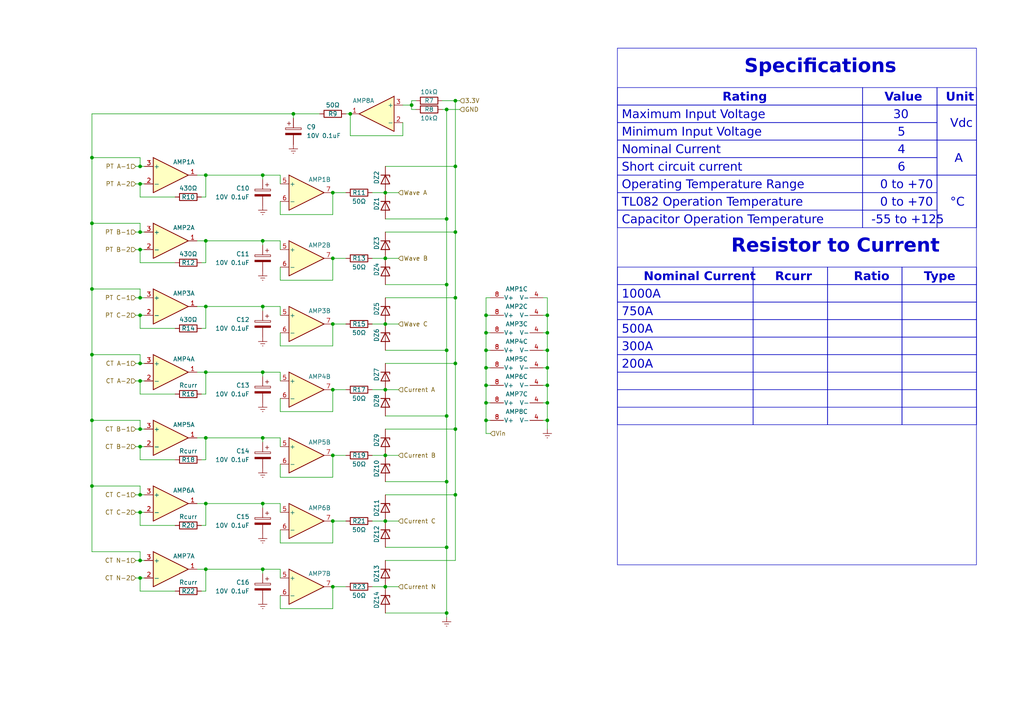
<source format=kicad_sch>
(kicad_sch (version 20230121) (generator eeschema)
  (paper "A4")
  (title_block (title "Signals Conditioning") (date "2024-09-27") (rev "1.0") (company "Lucas Rayan Guerra da Silva") (comment 1 "linkedin.com/in/lucasrguerra") (comment 2 "github.com/lucasrguerra/power_vision"))
  (lib_symbols
    (symbol "Amplifier_Operational:TL082" (pin_names (offset 0.127))
      (property "Reference" "U" (at 0 5.08 0))
      (property "Value" "TL082" (at 0 -5.08 0))
      (symbol "TL082_1_1"
        (polyline (pts (xy -5.08 5.08) (xy 5.08 0) (xy -5.08 -5.08) (xy -5.08 5.08)) (stroke (width 0.254)) (fill (type background)))
        (pin output line (at 7.62 0 180) (length 2.54) (name "~") (number "1"))
        (pin input line (at -7.62 -2.54 0) (length 2.54) (name "-") (number "2"))
        (pin input line (at -7.62 2.54 0) (length 2.54) (name "+") (number "3"))
      )
      (symbol "TL082_2_1"
        (polyline (pts (xy -5.08 5.08) (xy 5.08 0) (xy -5.08 -5.08) (xy -5.08 5.08)) (stroke (width 0.254)) (fill (type background)))
        (pin input line (at -7.62 2.54 0) (length 2.54) (name "+") (number "5"))
        (pin input line (at -7.62 -2.54 0) (length 2.54) (name "-") (number "6"))
        (pin output line (at 7.62 0 180) (length 2.54) (name "~") (number "7"))
      )
      (symbol "TL082_3_1"
        (pin power_in line (at -2.54 -7.62 90) (length 3.81) (name "V-") (number "4"))
        (pin power_in line (at -2.54 7.62 270) (length 3.81) (name "V+") (number "8"))
      )
    )
    (symbol "Device:C_Polarized" (pin_numbers hide) (pin_names (offset 0.254))
      (property "Reference" "C" (at 0.635 2.54 0))
      (property "Value" "C_Polarized" (at 0.635 -2.54 0))
      (symbol "C_Polarized_0_1"
        (rectangle (start -2.286 0.508) (end 2.286 1.016))
        (polyline (pts (xy -1.778 2.286) (xy -0.762 2.286)))
        (polyline (pts (xy -1.27 2.794) (xy -1.27 1.778)))
        (rectangle (start 2.286 -0.508) (end -2.286 -1.016) (fill (type outline)))
      )
      (symbol "C_Polarized_1_1"
        (pin passive line (at 0 3.81 270) (length 2.794) (name "~") (number "1"))
        (pin passive line (at 0 -3.81 90) (length 2.794) (name "~") (number "2"))
      )
    )
    (symbol "Device:D_Zener" (pin_numbers hide) (pin_names (offset 1.016) hide)
      (property "Reference" "D" (at 0 2.54 0))
      (property "Value" "D_Zener" (at 0 -2.54 0))
      (symbol "D_Zener_0_1"
        (polyline (pts (xy 1.27 0) (xy -1.27 0)))
        (polyline (pts (xy -1.27 -1.27) (xy -1.27 1.27) (xy -0.762 1.27)) (stroke (width 0.254)))
        (polyline (pts (xy 1.27 -1.27) (xy 1.27 1.27) (xy -1.27 0) (xy 1.27 -1.27)) (stroke (width 0.254)))
      )
      (symbol "D_Zener_1_1"
        (pin passive line (at -3.81 0 0) (length 2.54) (name "K") (number "1"))
        (pin passive line (at 3.81 0 180) (length 2.54) (name "A") (number "2"))
      )
    )
    (symbol "Device:R" (pin_numbers hide) (pin_names (offset 0))
      (property "Reference" "R" (at 2.032 0 90))
      (property "Value" "R" (at 0 0 90))
      (symbol "R_0_1"
        (rectangle (start -1.016 -2.54) (end 1.016 2.54) (stroke (width 0.254)))
      )
      (symbol "R_1_1"
        (pin passive line (at 0 3.81 270) (length 1.27) (name "~") (number "1"))
        (pin passive line (at 0 -3.81 90) (length 1.27) (name "~") (number "2"))
      )
    )
    (symbol "power:Earth" (power) (pin_names (offset 0))
      (symbol "Earth_0_1"
        (polyline (pts (xy -0.635 -1.905) (xy 0.635 -1.905)))
        (polyline (pts (xy -0.127 -2.54) (xy 0.127 -2.54)))
        (polyline (pts (xy 0 -1.27) (xy 0 0)))
        (polyline (pts (xy 1.27 -1.27) (xy -1.27 -1.27)))
      )
      (symbol "Earth_1_1"
        (pin power_in line (at 0 0 270) (length 0) hide (name "Earth") (number "1"))
      )
    )
  )
  (junction (at 129.54 63.5))
  (junction (at 76.2 69.85))
  (junction (at 26.67 121.92))
  (junction (at 59.69 127))
  (junction (at 76.2 146.05))
  (junction (at 40.64 91.44))
  (junction (at 158.75 121.92))
  (junction (at 40.64 124.46))
  (junction (at 40.64 67.31))
  (junction (at 40.64 129.54))
  (junction (at 111.76 132.08))
  (junction (at 140.97 101.6))
  (junction (at 96.52 132.08))
  (junction (at 158.75 106.68))
  (junction (at 140.97 96.52))
  (junction (at 26.67 45.72))
  (junction (at 40.64 148.59))
  (junction (at 59.69 88.9))
  (junction (at 76.2 165.1))
  (junction (at 40.64 86.36))
  (junction (at 129.54 101.6))
  (junction (at 111.76 74.93))
  (junction (at 40.64 105.41))
  (junction (at 76.2 50.8))
  (junction (at 140.97 91.44))
  (junction (at 129.54 120.65))
  (junction (at 40.64 167.64))
  (junction (at 96.52 151.13))
  (junction (at 59.69 69.85))
  (junction (at 140.97 121.92))
  (junction (at 26.67 140.97))
  (junction (at 132.08 143.51))
  (junction (at 158.75 96.52))
  (junction (at 111.76 170.18))
  (junction (at 59.69 50.8))
  (junction (at 132.08 105.41))
  (junction (at 132.08 48.26))
  (junction (at 140.97 111.76))
  (junction (at 96.52 113.03))
  (junction (at 96.52 170.18))
  (junction (at 132.08 124.46))
  (junction (at 40.64 48.26))
  (junction (at 158.75 101.6))
  (junction (at 119.38 30.48))
  (junction (at 132.08 86.36))
  (junction (at 40.64 143.51))
  (junction (at 111.76 113.03))
  (junction (at 76.2 88.9))
  (junction (at 132.08 67.31))
  (junction (at 76.2 127))
  (junction (at 129.54 139.7))
  (junction (at 111.76 151.13))
  (junction (at 26.67 64.77))
  (junction (at 158.75 116.84))
  (junction (at 140.97 116.84))
  (junction (at 26.67 102.87))
  (junction (at 140.97 106.68))
  (junction (at 158.75 111.76))
  (junction (at 129.54 82.55))
  (junction (at 59.69 107.95))
  (junction (at 132.08 29.21))
  (junction (at 129.54 158.75))
  (junction (at 26.67 83.82))
  (junction (at 85.09 33.02))
  (junction (at 111.76 55.88))
  (junction (at 40.64 162.56))
  (junction (at 96.52 93.98))
  (junction (at 40.64 72.39))
  (junction (at 96.52 74.93))
  (junction (at 158.75 91.44))
  (junction (at 40.64 53.34))
  (junction (at 101.6 33.02))
  (junction (at 129.54 177.8))
  (junction (at 76.2 107.95))
  (junction (at 96.52 55.88))
  (junction (at 59.69 165.1))
  (junction (at 129.54 31.75))
  (junction (at 111.76 93.98))
  (junction (at 59.69 146.05))
  (junction (at 40.64 110.49))
  (wire (pts (xy 50.8 171.45) (xy 40.64 171.45)))
  (wire (pts (xy 40.64 76.2) (xy 40.64 72.39)))
  (wire (pts (xy 81.28 100.33) (xy 96.52 100.33)))
  (wire (pts (xy 111.76 101.6) (xy 129.54 101.6)))
  (wire (pts (xy 59.69 165.1) (xy 76.2 165.1)))
  (wire (pts (xy 40.64 83.82) (xy 26.67 83.82)))
  (wire (pts (xy 111.76 132.08) (xy 107.95 132.08)))
  (wire (pts (xy 140.97 106.68) (xy 140.97 111.76)))
  (wire (pts (xy 59.69 95.25) (xy 58.42 95.25)))
  (wire (pts (xy 111.76 120.65) (xy 129.54 120.65)))
  (wire (pts (xy 115.57 55.88) (xy 111.76 55.88)))
  (wire (pts (xy 119.38 29.21) (xy 119.38 30.48)))
  (wire (pts (xy 26.67 140.97) (xy 26.67 121.92)))
  (wire (pts (xy 119.38 31.75) (xy 119.38 30.48)))
  (wire (pts (xy 59.69 107.95) (xy 57.15 107.95)))
  (wire (pts (xy 142.24 96.52) (xy 140.97 96.52)))
  (wire (pts (xy 157.48 116.84) (xy 158.75 116.84)))
  (wire (pts (xy 40.64 72.39) (xy 41.91 72.39)))
  (wire (pts (xy 96.52 132.08) (xy 100.33 132.08)))
  (wire (pts (xy 111.76 86.36) (xy 132.08 86.36)))
  (wire (pts (xy 129.54 139.7) (xy 129.54 158.75)))
  (wire (pts (xy 76.2 107.95) (xy 81.28 107.95)))
  (wire (pts (xy 40.64 167.64) (xy 41.91 167.64)))
  (wire (pts (xy 96.52 55.88) (xy 96.52 62.23)))
  (wire (pts (xy 76.2 88.9) (xy 81.28 88.9)))
  (wire (pts (xy 59.69 165.1) (xy 57.15 165.1)))
  (wire (pts (xy 59.69 88.9) (xy 76.2 88.9)))
  (wire (pts (xy 59.69 50.8) (xy 76.2 50.8)))
  (wire (pts (xy 39.37 86.36) (xy 40.64 86.36)))
  (wire (pts (xy 40.64 162.56) (xy 40.64 160.02)))
  (wire (pts (xy 81.28 176.53) (xy 96.52 176.53)))
  (wire (pts (xy 76.2 146.05) (xy 81.28 146.05)))
  (wire (pts (xy 111.76 113.03) (xy 107.95 113.03)))
  (wire (pts (xy 140.97 111.76) (xy 142.24 111.76)))
  (wire (pts (xy 132.08 143.51) (xy 132.08 124.46)))
  (wire (pts (xy 40.64 48.26) (xy 40.64 45.72)))
  (wire (pts (xy 96.52 132.08) (xy 96.52 138.43)))
  (wire (pts (xy 129.54 158.75) (xy 129.54 177.8)))
  (wire (pts (xy 59.69 57.15) (xy 58.42 57.15)))
  (wire (pts (xy 111.76 143.51) (xy 132.08 143.51)))
  (wire (pts (xy 142.24 101.6) (xy 140.97 101.6)))
  (wire (pts (xy 101.6 33.02) (xy 100.33 33.02)))
  (wire (pts (xy 50.8 76.2) (xy 40.64 76.2)))
  (wire (pts (xy 59.69 107.95) (xy 59.69 114.3)))
  (wire (pts (xy 40.64 124.46) (xy 40.64 121.92)))
  (wire (pts (xy 157.48 111.76) (xy 158.75 111.76)))
  (wire (pts (xy 158.75 91.44) (xy 157.48 91.44)))
  (wire (pts (xy 111.76 63.5) (xy 129.54 63.5)))
  (wire (pts (xy 81.28 146.05) (xy 81.28 148.59)))
  (wire (pts (xy 39.37 53.34) (xy 40.64 53.34)))
  (wire (pts (xy 96.52 151.13) (xy 100.33 151.13)))
  (wire (pts (xy 76.2 146.05) (xy 76.2 147.32)))
  (wire (pts (xy 40.64 53.34) (xy 41.91 53.34)))
  (wire (pts (xy 115.57 74.93) (xy 111.76 74.93)))
  (wire (pts (xy 158.75 116.84) (xy 158.75 121.92)))
  (wire (pts (xy 26.67 121.92) (xy 26.67 102.87)))
  (wire (pts (xy 40.64 143.51) (xy 41.91 143.51)))
  (wire (pts (xy 140.97 116.84) (xy 142.24 116.84)))
  (wire (pts (xy 111.76 177.8) (xy 129.54 177.8)))
  (wire (pts (xy 40.64 133.35) (xy 40.64 129.54)))
  (wire (pts (xy 40.64 124.46) (xy 41.91 124.46)))
  (wire (pts (xy 39.37 129.54) (xy 40.64 129.54)))
  (wire (pts (xy 158.75 106.68) (xy 158.75 101.6)))
  (wire (pts (xy 40.64 143.51) (xy 40.64 140.97)))
  (wire (pts (xy 39.37 143.51) (xy 40.64 143.51)))
  (wire (pts (xy 96.52 170.18) (xy 100.33 170.18)))
  (wire (pts (xy 111.76 74.93) (xy 107.95 74.93)))
  (wire (pts (xy 59.69 69.85) (xy 57.15 69.85)))
  (wire (pts (xy 116.84 35.56) (xy 116.84 39.37)))
  (wire (pts (xy 50.8 95.25) (xy 40.64 95.25)))
  (wire (pts (xy 111.76 105.41) (xy 132.08 105.41)))
  (wire (pts (xy 76.2 88.9) (xy 76.2 90.17)))
  (wire (pts (xy 158.75 106.68) (xy 158.75 111.76)))
  (wire (pts (xy 40.64 162.56) (xy 41.91 162.56)))
  (wire (pts (xy 40.64 114.3) (xy 40.64 110.49)))
  (wire (pts (xy 81.28 138.43) (xy 96.52 138.43)))
  (wire (pts (xy 39.37 167.64) (xy 40.64 167.64)))
  (wire (pts (xy 81.28 62.23) (xy 96.52 62.23)))
  (wire (pts (xy 81.28 77.47) (xy 81.28 81.28)))
  (wire (pts (xy 101.6 39.37) (xy 101.6 33.02)))
  (wire (pts (xy 40.64 140.97) (xy 26.67 140.97)))
  (wire (pts (xy 59.69 133.35) (xy 58.42 133.35)))
  (wire (pts (xy 158.75 111.76) (xy 158.75 116.84)))
  (wire (pts (xy 111.76 93.98) (xy 115.57 93.98)))
  (wire (pts (xy 59.69 50.8) (xy 57.15 50.8)))
  (wire (pts (xy 132.08 29.21) (xy 128.27 29.21)))
  (wire (pts (xy 76.2 50.8) (xy 76.2 52.07)))
  (wire (pts (xy 81.28 172.72) (xy 81.28 176.53)))
  (wire (pts (xy 120.65 31.75) (xy 119.38 31.75)))
  (wire (pts (xy 81.28 107.95) (xy 81.28 110.49)))
  (wire (pts (xy 40.64 67.31) (xy 40.64 64.77)))
  (wire (pts (xy 59.69 127) (xy 76.2 127)))
  (wire (pts (xy 40.64 86.36) (xy 41.91 86.36)))
  (wire (pts (xy 76.2 165.1) (xy 76.2 166.37)))
  (wire (pts (xy 111.76 170.18) (xy 107.95 170.18)))
  (wire (pts (xy 81.28 119.38) (xy 96.52 119.38)))
  (wire (pts (xy 59.69 152.4) (xy 58.42 152.4)))
  (wire (pts (xy 50.8 133.35) (xy 40.64 133.35)))
  (wire (pts (xy 133.35 29.21) (xy 132.08 29.21)))
  (wire (pts (xy 39.37 124.46) (xy 40.64 124.46)))
  (wire (pts (xy 85.09 33.02) (xy 85.09 34.29)))
  (wire (pts (xy 140.97 116.84) (xy 140.97 121.92)))
  (wire (pts (xy 96.52 55.88) (xy 100.33 55.88)))
  (wire (pts (xy 96.52 74.93) (xy 100.33 74.93)))
  (wire (pts (xy 40.64 105.41) (xy 40.64 102.87)))
  (wire (pts (xy 50.8 152.4) (xy 40.64 152.4)))
  (wire (pts (xy 132.08 105.41) (xy 132.08 86.36)))
  (wire (pts (xy 119.38 30.48) (xy 116.84 30.48)))
  (wire (pts (xy 39.37 105.41) (xy 40.64 105.41)))
  (wire (pts (xy 26.67 33.02) (xy 26.67 45.72)))
  (wire (pts (xy 142.24 106.68) (xy 140.97 106.68)))
  (wire (pts (xy 26.67 45.72) (xy 26.67 64.77)))
  (wire (pts (xy 81.28 58.42) (xy 81.28 62.23)))
  (wire (pts (xy 40.64 102.87) (xy 26.67 102.87)))
  (wire (pts (xy 158.75 96.52) (xy 157.48 96.52)))
  (wire (pts (xy 129.54 31.75) (xy 129.54 63.5)))
  (wire (pts (xy 39.37 48.26) (xy 40.64 48.26)))
  (wire (pts (xy 59.69 127) (xy 57.15 127)))
  (wire (pts (xy 40.64 95.25) (xy 40.64 91.44)))
  (wire (pts (xy 76.2 127) (xy 76.2 128.27)))
  (wire (pts (xy 96.52 113.03) (xy 100.33 113.03)))
  (wire (pts (xy 129.54 101.6) (xy 129.54 120.65)))
  (wire (pts (xy 26.67 83.82) (xy 26.67 102.87)))
  (wire (pts (xy 40.64 48.26) (xy 41.91 48.26)))
  (wire (pts (xy 85.09 33.02) (xy 26.67 33.02)))
  (wire (pts (xy 111.76 139.7) (xy 129.54 139.7)))
  (wire (pts (xy 157.48 121.92) (xy 158.75 121.92)))
  (wire (pts (xy 59.69 146.05) (xy 57.15 146.05)))
  (wire (pts (xy 111.76 67.31) (xy 132.08 67.31)))
  (wire (pts (xy 111.76 132.08) (xy 115.57 132.08)))
  (wire (pts (xy 40.64 105.41) (xy 41.91 105.41)))
  (wire (pts (xy 81.28 127) (xy 81.28 129.54)))
  (wire (pts (xy 132.08 162.56) (xy 132.08 143.51)))
  (wire (pts (xy 96.52 151.13) (xy 96.52 157.48)))
  (wire (pts (xy 59.69 88.9) (xy 59.69 95.25)))
  (wire (pts (xy 81.28 88.9) (xy 81.28 91.44)))
  (wire (pts (xy 140.97 91.44) (xy 140.97 96.52)))
  (wire (pts (xy 132.08 48.26) (xy 111.76 48.26)))
  (wire (pts (xy 129.54 120.65) (xy 129.54 139.7)))
  (wire (pts (xy 40.64 148.59) (xy 41.91 148.59)))
  (wire (pts (xy 59.69 127) (xy 59.69 133.35)))
  (wire (pts (xy 140.97 121.92) (xy 142.24 121.92)))
  (wire (pts (xy 59.69 69.85) (xy 76.2 69.85)))
  (wire (pts (xy 96.52 74.93) (xy 96.52 81.28)))
  (wire (pts (xy 81.28 157.48) (xy 96.52 157.48)))
  (wire (pts (xy 81.28 115.57) (xy 81.28 119.38)))
  (wire (pts (xy 111.76 55.88) (xy 107.95 55.88)))
  (wire (pts (xy 158.75 91.44) (xy 158.75 96.52)))
  (wire (pts (xy 111.76 124.46) (xy 132.08 124.46)))
  (wire (pts (xy 76.2 107.95) (xy 76.2 109.22)))
  (wire (pts (xy 40.64 67.31) (xy 41.91 67.31)))
  (wire (pts (xy 158.75 101.6) (xy 157.48 101.6)))
  (wire (pts (xy 40.64 129.54) (xy 41.91 129.54)))
  (wire (pts (xy 76.2 50.8) (xy 81.28 50.8)))
  (wire (pts (xy 96.52 93.98) (xy 96.52 100.33)))
  (wire (pts (xy 116.84 39.37) (xy 101.6 39.37)))
  (wire (pts (xy 115.57 113.03) (xy 111.76 113.03)))
  (wire (pts (xy 59.69 114.3) (xy 58.42 114.3)))
  (wire (pts (xy 140.97 101.6) (xy 140.97 106.68)))
  (wire (pts (xy 111.76 158.75) (xy 129.54 158.75)))
  (wire (pts (xy 40.64 64.77) (xy 26.67 64.77)))
  (wire (pts (xy 40.64 86.36) (xy 40.64 83.82)))
  (wire (pts (xy 40.64 152.4) (xy 40.64 148.59)))
  (wire (pts (xy 59.69 88.9) (xy 57.15 88.9)))
  (wire (pts (xy 129.54 177.8) (xy 129.54 179.07)))
  (wire (pts (xy 39.37 148.59) (xy 40.64 148.59)))
  (wire (pts (xy 81.28 165.1) (xy 81.28 167.64)))
  (wire (pts (xy 26.67 160.02) (xy 26.67 140.97)))
  (wire (pts (xy 140.97 96.52) (xy 140.97 101.6)))
  (wire (pts (xy 158.75 86.36) (xy 157.48 86.36)))
  (wire (pts (xy 59.69 146.05) (xy 59.69 152.4)))
  (wire (pts (xy 39.37 162.56) (xy 40.64 162.56)))
  (wire (pts (xy 40.64 160.02) (xy 26.67 160.02)))
  (wire (pts (xy 50.8 57.15) (xy 40.64 57.15)))
  (wire (pts (xy 140.97 86.36) (xy 140.97 91.44)))
  (wire (pts (xy 115.57 170.18) (xy 111.76 170.18)))
  (wire (pts (xy 39.37 72.39) (xy 40.64 72.39)))
  (wire (pts (xy 59.69 76.2) (xy 58.42 76.2)))
  (wire (pts (xy 59.69 146.05) (xy 76.2 146.05)))
  (wire (pts (xy 129.54 63.5) (xy 129.54 82.55)))
  (wire (pts (xy 111.76 151.13) (xy 107.95 151.13)))
  (wire (pts (xy 39.37 91.44) (xy 40.64 91.44)))
  (wire (pts (xy 111.76 162.56) (xy 132.08 162.56)))
  (wire (pts (xy 39.37 67.31) (xy 40.64 67.31)))
  (wire (pts (xy 158.75 86.36) (xy 158.75 91.44)))
  (wire (pts (xy 59.69 171.45) (xy 58.42 171.45)))
  (wire (pts (xy 140.97 125.73) (xy 140.97 121.92)))
  (wire (pts (xy 81.28 81.28) (xy 96.52 81.28)))
  (wire (pts (xy 158.75 96.52) (xy 158.75 101.6)))
  (wire (pts (xy 76.2 69.85) (xy 81.28 69.85)))
  (wire (pts (xy 59.69 69.85) (xy 59.69 76.2)))
  (wire (pts (xy 92.71 33.02) (xy 85.09 33.02)))
  (wire (pts (xy 133.35 31.75) (xy 129.54 31.75)))
  (wire (pts (xy 40.64 91.44) (xy 41.91 91.44)))
  (wire (pts (xy 76.2 69.85) (xy 76.2 71.12)))
  (wire (pts (xy 40.64 171.45) (xy 40.64 167.64)))
  (wire (pts (xy 40.64 110.49) (xy 41.91 110.49)))
  (wire (pts (xy 40.64 121.92) (xy 26.67 121.92)))
  (wire (pts (xy 120.65 29.21) (xy 119.38 29.21)))
  (wire (pts (xy 81.28 69.85) (xy 81.28 72.39)))
  (wire (pts (xy 76.2 165.1) (xy 81.28 165.1)))
  (wire (pts (xy 50.8 114.3) (xy 40.64 114.3)))
  (wire (pts (xy 142.24 86.36) (xy 140.97 86.36)))
  (wire (pts (xy 40.64 57.15) (xy 40.64 53.34)))
  (wire (pts (xy 129.54 31.75) (xy 128.27 31.75)))
  (wire (pts (xy 59.69 107.95) (xy 76.2 107.95)))
  (wire (pts (xy 132.08 67.31) (xy 132.08 48.26)))
  (wire (pts (xy 111.76 82.55) (xy 129.54 82.55)))
  (wire (pts (xy 142.24 91.44) (xy 140.97 91.44)))
  (wire (pts (xy 81.28 96.52) (xy 81.28 100.33)))
  (wire (pts (xy 107.95 93.98) (xy 111.76 93.98)))
  (wire (pts (xy 81.28 134.62) (xy 81.28 138.43)))
  (wire (pts (xy 96.52 113.03) (xy 96.52 119.38)))
  (wire (pts (xy 59.69 165.1) (xy 59.69 171.45)))
  (wire (pts (xy 132.08 29.21) (xy 132.08 48.26)))
  (wire (pts (xy 142.24 125.73) (xy 140.97 125.73)))
  (wire (pts (xy 96.52 93.98) (xy 100.33 93.98)))
  (wire (pts (xy 59.69 50.8) (xy 59.69 57.15)))
  (wire (pts (xy 158.75 121.92) (xy 158.75 124.46)))
  (wire (pts (xy 111.76 151.13) (xy 115.57 151.13)))
  (wire (pts (xy 132.08 86.36) (xy 132.08 67.31)))
  (wire (pts (xy 26.67 83.82) (xy 26.67 64.77)))
  (wire (pts (xy 26.67 45.72) (xy 40.64 45.72)))
  (wire (pts (xy 140.97 111.76) (xy 140.97 116.84)))
  (wire (pts (xy 39.37 110.49) (xy 40.64 110.49)))
  (wire (pts (xy 81.28 50.8) (xy 81.28 53.34)))
  (wire (pts (xy 132.08 124.46) (xy 132.08 105.41)))
  (wire (pts (xy 157.48 106.68) (xy 158.75 106.68)))
  (wire (pts (xy 129.54 82.55) (xy 129.54 101.6)))
  (wire (pts (xy 96.52 170.18) (xy 96.52 176.53)))
  (wire (pts (xy 76.2 127) (xy 81.28 127)))
  (wire (pts (xy 81.28 153.67) (xy 81.28 157.48)))
  (rectangle (start 179.07 82.55) (end 218.44 87.63))
  (rectangle (start 240.03 92.71) (end 261.62 97.79))
  (rectangle (start 240.03 107.95) (end 261.62 113.03))
  (rectangle (start 179.07 102.87) (end 218.44 107.95))
  (rectangle (start 349.25 124.46) (end 359.41 127))
  (rectangle (start 218.44 113.03) (end 240.03 118.11))
  (rectangle (start 368.3 129.54) (end 379.73 132.08))
  (rectangle (start 179.07 13.97) (end 283.21 163.83))
  (rectangle (start 349.25 137.16) (end 359.41 139.7))
  (rectangle (start 240.03 77.47) (end 261.62 82.55))
  (rectangle (start 261.62 87.63) (end 283.21 92.71))
  (rectangle (start 179.07 113.03) (end 218.44 118.11))
  (rectangle (start 368.3 121.92) (end 379.73 124.46))
  (rectangle (start 349.25 119.38) (end 359.41 121.92))
  (rectangle (start 261.62 102.87) (end 283.21 107.95))
  (rectangle (start 359.41 124.46) (end 368.3 127))
  (rectangle (start 368.3 124.46) (end 379.73 127))
  (rectangle (start 179.07 45.72) (end 250.19 50.8))
  (rectangle (start 349.25 139.7) (end 359.41 142.24))
  (rectangle (start 330.2 127) (end 349.25 129.54))
  (rectangle (start 250.19 40.64) (end 271.78 45.72))
  (rectangle (start 359.41 132.08) (end 368.3 134.62))
  (rectangle (start 359.41 139.7) (end 368.3 142.24))
  (rectangle (start 330.2 124.46) (end 349.25 127))
  (rectangle (start 250.19 35.56) (end 271.78 40.64))
  (rectangle (start 359.41 121.92) (end 368.3 124.46))
  (rectangle (start 250.19 60.96) (end 271.78 66.04))
  (rectangle (start 271.78 40.64) (end 283.21 50.8))
  (rectangle (start 240.03 82.55) (end 261.62 87.63))
  (rectangle (start 368.3 127) (end 379.73 129.54))
  (rectangle (start 368.3 139.7) (end 379.73 142.24))
  (rectangle (start 250.19 30.48) (end 271.78 35.56))
  (rectangle (start 359.41 129.54) (end 368.3 132.08))
  (rectangle (start 218.44 77.47) (end 240.03 82.55))
  (rectangle (start 368.3 142.24) (end 379.73 144.78))
  (rectangle (start 261.62 113.03) (end 283.21 118.11))
  (rectangle (start 330.2 137.16) (end 349.25 139.7))
  (rectangle (start 179.07 118.11) (end 218.44 123.19))
  (rectangle (start 271.78 50.8) (end 283.21 66.04))
  (rectangle (start 349.25 134.62) (end 359.41 137.16))
  (rectangle (start 349.25 121.92) (end 359.41 124.46))
  (rectangle (start 261.62 107.95) (end 283.21 113.03))
  (rectangle (start 218.44 97.79) (end 240.03 102.87))
  (rectangle (start 218.44 87.63) (end 240.03 92.71))
  (rectangle (start 261.62 92.71) (end 283.21 97.79))
  (rectangle (start 179.07 92.71) (end 218.44 97.79))
  (rectangle (start 368.3 134.62) (end 379.73 137.16))
  (rectangle (start 218.44 118.11) (end 240.03 123.19))
  (rectangle (start 359.41 119.38) (end 368.3 121.92))
  (rectangle (start 330.2 139.7) (end 349.25 142.24))
  (rectangle (start 250.19 25.4) (end 271.78 30.48))
  (rectangle (start 179.07 25.4) (end 250.19 30.48))
  (rectangle (start 330.2 129.54) (end 349.25 132.08))
  (rectangle (start 218.44 82.55) (end 240.03 87.63))
  (rectangle (start 179.07 97.79) (end 218.44 102.87))
  (rectangle (start 250.19 50.8) (end 271.78 55.88))
  (rectangle (start 179.07 35.56) (end 250.19 40.64))
  (rectangle (start 261.62 118.11) (end 283.21 123.19))
  (rectangle (start 218.44 102.87) (end 240.03 107.95))
  (rectangle (start 240.03 102.87) (end 261.62 107.95))
  (rectangle (start 359.41 134.62) (end 368.3 137.16))
  (rectangle (start 179.07 87.63) (end 218.44 92.71))
  (rectangle (start 179.07 107.95) (end 218.44 113.03))
  (rectangle (start 330.2 142.24) (end 349.25 144.78))
  (rectangle (start 271.78 30.48) (end 283.21 40.64))
  (rectangle (start 261.62 82.55) (end 283.21 87.63))
  (rectangle (start 250.19 45.72) (end 271.78 50.8))
  (rectangle (start 359.41 137.16) (end 368.3 139.7))
  (rectangle (start 261.62 97.79) (end 283.21 102.87))
  (rectangle (start 240.03 118.11) (end 261.62 123.19))
  (rectangle (start 330.2 132.08) (end 349.25 134.62))
  (rectangle (start 250.19 55.88) (end 271.78 60.96))
  (rectangle (start 240.03 87.63) (end 261.62 92.71))
  (rectangle (start 179.07 60.96) (end 250.19 66.04))
  (rectangle (start 179.07 40.64) (end 250.19 45.72))
  (rectangle (start 330.2 121.92) (end 349.25 124.46))
  (rectangle (start 330.2 134.62) (end 349.25 137.16))
  (rectangle (start 359.41 142.24) (end 368.3 144.78))
  (rectangle (start 330.2 115.57) (end 379.73 119.38))
  (rectangle (start 349.25 127) (end 359.41 129.54))
  (rectangle (start 179.07 50.8) (end 250.19 55.88))
  (rectangle (start 218.44 92.71) (end 240.03 97.79))
  (rectangle (start 261.62 77.47) (end 283.21 82.55))
  (rectangle (start 179.07 30.48) (end 250.19 35.56))
  (rectangle (start 349.25 142.24) (end 359.41 144.78))
  (rectangle (start 368.3 137.16) (end 379.73 139.7))
  (rectangle (start 179.07 77.47) (end 218.44 82.55))
  (rectangle (start 368.3 119.38) (end 379.73 121.92))
  (rectangle (start 179.07 55.88) (end 250.19 60.96))
  (rectangle (start 240.03 113.03) (end 261.62 118.11))
  (rectangle (start 271.78 25.4) (end 283.21 30.48))
  (rectangle (start 240.03 97.79) (end 261.62 102.87))
  (rectangle (start 349.25 129.54) (end 359.41 132.08))
  (rectangle (start 218.44 107.95) (end 240.03 113.03))
  (rectangle (start 359.41 127) (end 368.3 129.54))
  (rectangle (start 330.2 119.38) (end 349.25 121.92))
  (rectangle (start 368.3 132.08) (end 379.73 134.62))
  (rectangle (start 349.25 132.08) (end 359.41 134.62))
  (text "20A" (at 331.47 144.78 0) (effects (font (size 1.5 1.5)) (justify left bottom)))
  (text "3000:1" (at 369.57 142.24 0) (effects (font (size 1.5 1.5)) (justify left bottom)))
  (text "12Ω" (at 350.52 139.7 0) (effects (font (size 1.5 1.5)) (justify left bottom)))
  (text "300A" (at 331.47 132.08 0) (effects (font (size 1.5 1.5)) (justify left bottom)))
  (text "500A" (at 331.47 129.54 0) (effects (font (size 1.5 1.5)) (justify left bottom)))
  (text "300A" (at 180.34 102.87 0) (effects (font (size 2.5 2.5)) (justify left bottom)))
  (text "4" (at 260.35 45.72 0) (effects (font (size 2.5 2.5)) (justify left bottom)))
  (text "100A" (at 331.47 139.7 0) (effects (font (size 1.5 1.5)) (justify left bottom)))
  (text "5" (at 360.68 137.16 0) (effects (font (size 1.5 1.5)) (justify left bottom)))
  (text "Vdc" (at 275.59 38.1 0) (effects (font (size 2.5 2.5)) (justify left bottom)))
  (text "Ratio\n" (at 372.11 121.92 0) (effects (font (size 1.5 1.5) (thickness 0.3) bold) (justify left bottom)))
  (text "3000:1" (at 369.57 129.54 0) (effects (font (size 1.5 1.5)) (justify left bottom)))
  (text "Resistor to Current" (at 212.09 74.93 0) (effects (font (size 4 4) (thickness 0.254) bold) (justify left bottom)))
  (text "3000:1" (at 369.57 127 0) (effects (font (size 1.5 1.5)) (justify left bottom)))
  (text "6" (at 360.68 142.24 0) (effects (font (size 1.5 1.5)) (justify left bottom)))
  (text "80A" (at 331.47 142.24 0) (effects (font (size 1.5 1.5)) (justify left bottom)))
  (text "4" (at 360.68 134.62 0) (effects (font (size 1.5 1.5)) (justify left bottom)))
  (text "Nominal Current" (at 332.74 121.92 0) (effects (font (size 1.5 1.5) (thickness 0.3) bold) (justify left bottom)))
  (text "6" (at 260.35 50.8 0) (effects (font (size 2.5 2.5)) (justify left bottom)))
  (text "5" (at 260.35 40.64 0) (effects (font (size 2.5 2.5)) (justify left bottom)))
  (text "Unit" (at 274.32 30.48 0) (effects (font (size 2.5 2.5) (thickness 0.6) bold) (justify left bottom)))
  (text "Rcurr" (at 224.79 82.55 0) (effects (font (size 2.5 2.5) (thickness 0.6) bold) (justify left bottom)))
  (text "200A" (at 180.34 107.95 0) (effects (font (size 2.5 2.5)) (justify left bottom)))
  (text "2000:1" (at 369.57 144.78 0) (effects (font (size 1.5 1.5)) (justify left bottom)))
  (text "6.8Ω" (at 350.52 132.08 0) (effects (font (size 1.5 1.5)) (justify left bottom)))
  (text "Type" (at 267.97 82.55 0) (effects (font (size 2.5 2.5) (thickness 0.6) bold) (justify left bottom)))
  (text "Rating" (at 209.55 30.48 0) (effects (font (size 2.5 2.5) (thickness 0.6) bold) (justify left bottom)))
  (text "2.7Ω" (at 350.52 127 0) (effects (font (size 1.5 1.5)) (justify left bottom)))
  (text "120A" (at 331.47 137.16 0) (effects (font (size 1.5 1.5)) (justify left bottom)))
  (text "3000:1" (at 369.57 124.46 0) (effects (font (size 1.5 1.5)) (justify left bottom)))
  (text "500A" (at 180.34 97.79 0) (effects (font (size 2.5 2.5)) (justify left bottom)))
  (text "1000A" (at 331.47 124.46 0) (effects (font (size 1.5 1.5)) (justify left bottom)))
  (text "750A" (at 331.47 127 0) (effects (font (size 1.5 1.5)) (justify left bottom)))
  (text "Rcurr" (at 351.79 121.92 0) (effects (font (size 1.5 1.5) (thickness 0.3) bold) (justify left bottom)))
  (text "Specifications" (at 215.9 22.86 0) (effects (font (size 4 4) (thickness 0.254) bold) (justify left bottom)))
  (text "Maximum Input Voltage" (at 180.34 35.56 0) (effects (font (size 2.5 2.5)) (justify left bottom)))
  (text "200A" (at 331.47 134.62 0) (effects (font (size 1.5 1.5)) (justify left bottom)))
  (text "2000:1" (at 369.57 139.7 0) (effects (font (size 1.5 1.5)) (justify left bottom)))
  (text "30" (at 259.08 35.56 0) (effects (font (size 2.5 2.5)) (justify left bottom)))
  (text "Nominal Current" (at 186.69 82.55 0) (effects (font (size 2.5 2.5) (thickness 0.6) bold) (justify left bottom)))
  (text "68Ω" (at 350.52 144.78 0) (effects (font (size 1.5 1.5)) (justify left bottom)))
  (text "TL082 Operation Temperature" (at 180.34 60.96 0) (effects (font (size 2.5 2.5)) (justify left bottom)))
  (text "Capacitor Operation Temperature" (at 180.34 66.04 0) (effects (font (size 2.5 2.5)) (justify left bottom)))
  (text "Nominal Current" (at 180.34 45.72 0) (effects (font (size 2.5 2.5)) (justify left bottom)))
  (text "27Ω" (at 350.52 142.24 0) (effects (font (size 1.5 1.5)) (justify left bottom)))
  (text "18Ω" (at 350.52 137.16 0) (effects (font (size 1.5 1.5)) (justify left bottom)))
  (text "-55 to +125" (at 252.73 66.04 0) (effects (font (size 2.5 2.5)) (justify left bottom)))
  (text "Operating Temperature Range" (at 180.34 55.88 0) (effects (font (size 2.5 2.5)) (justify left bottom)))
  (text "Short circuit current" (at 180.34 50.8 0) (effects (font (size 2.5 2.5)) (justify left bottom)))
  (text "Value" (at 256.54 30.48 0) (effects (font (size 2.5 2.5) (thickness 0.6) bold) (justify left bottom)))
  (text "3000:1" (at 369.57 137.16 0) (effects (font (size 1.5 1.5)) (justify left bottom)))
  (text "0 to +70" (at 255.27 55.88 0) (effects (font (size 2.5 2.5)) (justify left bottom)))
  (text "10Ω" (at 350.52 134.62 0) (effects (font (size 1.5 1.5)) (justify left bottom)))
  (text "Ratio" (at 247.65 82.55 0) (effects (font (size 2.5 2.5) (thickness 0.6) bold) (justify left bottom)))
  (text "2Ω" (at 350.52 124.46 0) (effects (font (size 1.5 1.5)) (justify left bottom)))
  (text "3" (at 360.68 132.08 0) (effects (font (size 1.5 1.5)) (justify left bottom)))
  (text "7" (at 360.68 139.7 0) (effects (font (size 1.5 1.5)) (justify left bottom)))
  (text "3000:1" (at 369.57 132.08 0) (effects (font (size 1.5 1.5)) (justify left bottom)))
  (text "3000:1" (at 369.57 134.62 0) (effects (font (size 1.5 1.5)) (justify left bottom)))
  (text "A\n" (at 276.86 48.26 0) (effects (font (size 2.5 2.5)) (justify left bottom)))
  (text "Resistor to Current" (at 345.44 119.38 0) (effects (font (size 2 2) (thickness 0.254) bold) (justify left bottom)))
  (text "°C" (at 275.59 60.96 0) (effects (font (size 2.5 2.5)) (justify left bottom)))
  (text "1000A" (at 180.34 87.63 0) (effects (font (size 2.5 2.5)) (justify left bottom)))
  (text "0" (at 360.68 124.46 0) (effects (font (size 1.5 1.5)) (justify left bottom)))
  (text "750A" (at 180.34 92.71 0) (effects (font (size 2.5 2.5)) (justify left bottom)))
  (text "4.3Ω" (at 350.52 129.54 0) (effects (font (size 1.5 1.5)) (justify left bottom)))
  (text "1" (at 360.68 127 0) (effects (font (size 1.5 1.5)) (justify left bottom)))
  (text "0 to +70" (at 255.27 60.96 0) (effects (font (size 2.5 2.5)) (justify left bottom)))
  (text "8" (at 360.68 144.78 0) (effects (font (size 1.5 1.5)) (justify left bottom)))
  (text "Type\n" (at 361.95 121.92 0) (effects (font (size 1.5 1.5) (thickness 0.3) bold) (justify left bottom)))
  (text "Minimum Input Voltage" (at 180.34 40.64 0) (effects (font (size 2.5 2.5)) (justify left bottom)))
  (text "2" (at 360.68 129.54 0) (effects (font (size 1.5 1.5)) (justify left bottom)))
  (hierarchical_label "PT C-1" (shape input) (at 39.37 86.36 180))
  (hierarchical_label "GND" (shape input) (at 133.35 31.75 0))
  (hierarchical_label "CT N-2" (shape input) (at 39.37 167.64 180))
  (hierarchical_label "Wave C" (shape input) (at 115.57 93.98 0))
  (hierarchical_label "Wave A" (shape input) (at 115.57 55.88 0))
  (hierarchical_label "Wave B" (shape input) (at 115.57 74.93 0))
  (hierarchical_label "Current C" (shape input) (at 115.57 151.13 0))
  (hierarchical_label "PT B-1" (shape input) (at 39.37 67.31 180))
  (hierarchical_label "CT A-1" (shape input) (at 39.37 105.41 180))
  (hierarchical_label "PT A-2" (shape input) (at 39.37 53.34 180))
  (hierarchical_label "Current B" (shape input) (at 115.57 132.08 0))
  (hierarchical_label "PT B-2" (shape input) (at 39.37 72.39 180))
  (hierarchical_label "CT C-2" (shape input) (at 39.37 148.59 180))
  (hierarchical_label "CT B-2" (shape input) (at 39.37 129.54 180))
  (hierarchical_label "PT C-2" (shape input) (at 39.37 91.44 180))
  (hierarchical_label "CT N-1" (shape input) (at 39.37 162.56 180))
  (hierarchical_label "Vin" (shape input) (at 142.24 125.73 0))
  (hierarchical_label "Current A" (shape input) (at 115.57 113.03 0))
  (hierarchical_label "CT A-2" (shape input) (at 39.37 110.49 180))
  (hierarchical_label "CT C-1" (shape input) (at 39.37 143.51 180))
  (hierarchical_label "CT B-1" (shape input) (at 39.37 124.46 180))
  (hierarchical_label "PT A-1" (shape input) (at 39.37 48.26 180))
  (hierarchical_label "3.3V" (shape input) (at 133.35 29.21 0))
  (hierarchical_label "Current N" (shape input) (at 115.57 170.18 0))
  (symbol (lib_id "Device:D_Zener") (at 111.76 128.27 270) (unit 1)
    (property "Reference" "DZ9" (at 109.22 125.73 0) (effects (justify left)))
    (property "Value" "3.3V" (effects hide))
    (property "Footprint" "Diode_SMD:D_MELF" (effects hide))
    (property "Datasheet" "https://pdf1.alldatasheet.com/datasheet-pdf/view/151094/EIC/ZM4728.html" (effects hide))
  )
  (symbol (lib_id "Device:R") (at 124.46 29.21 270) (mirror x) (unit 1)
    (property "Reference" "R7" (at 124.46 29.21 90))
    (property "Value" "10kΩ" (at 124.46 26.67 90))
    (property "Footprint" "Resistor_SMD:R_1206_3216Metric" (effects hide))
  )
  (symbol (lib_id "Device:R") (at 104.14 170.18 90) (unit 1)
    (property "Reference" "R23" (at 104.14 170.18 90))
    (property "Value" "50Ω" (at 104.14 172.72 90))
    (property "Footprint" "Resistor_SMD:R_1210_3225Metric" (effects hide))
  )
  (symbol (lib_id "Amplifier_Operational:TL082") (at 109.22 33.02 0) (mirror y) (unit 1)
    (property "Reference" "AMP8" (at 105.41 29.21 0))
    (property "Value" "TL082" (effects hide))
    (property "Footprint" "Package_SO:SO-8_3.9x4.9mm_P1.27mm" (effects hide))
    (property "Datasheet" "http://www.ti.com/lit/ds/symlink/tl081.pdf" (effects hide))
  )
  (symbol (lib_id "power:Earth") (at 76.2 116.84 0) (unit 1)
    (property "Reference" "#PWR023" (effects hide))
    (property "Value" "Earth" (effects hide))
  )
  (symbol (lib_id "Amplifier_Operational:TL082") (at 49.53 50.8 0) (unit 1)
    (property "Reference" "AMP1" (at 53.34 46.99 0))
    (property "Value" "TL082" (effects hide))
    (property "Footprint" "Package_SO:SO-8_3.9x4.9mm_P1.27mm" (effects hide))
    (property "Datasheet" "http://www.ti.com/lit/ds/symlink/tl081.pdf" (effects hide))
  )
  (symbol (lib_id "Amplifier_Operational:TL082") (at 88.9 74.93 0) (unit 2)
    (property "Reference" "AMP2" (at 92.71 71.12 0))
    (property "Value" "TL082" (effects hide))
    (property "Footprint" "Package_SO:SO-8_3.9x4.9mm_P1.27mm" (effects hide))
    (property "Datasheet" "http://www.ti.com/lit/ds/symlink/tl081.pdf" (effects hide))
  )
  (symbol (lib_id "Device:R") (at 104.14 55.88 90) (unit 1)
    (property "Reference" "R11" (at 104.14 55.88 90))
    (property "Value" "50Ω" (at 104.14 58.42 90))
    (property "Footprint" "Resistor_SMD:R_1206_3216Metric" (effects hide))
  )
  (symbol (lib_id "Device:R") (at 96.52 33.02 90) (mirror x) (unit 1)
    (property "Reference" "R9" (at 96.52 33.02 90))
    (property "Value" "50Ω" (at 96.52 30.48 90))
    (property "Footprint" "Resistor_SMD:R_1206_3216Metric" (effects hide))
  )
  (symbol (lib_id "power:Earth") (at 158.75 124.46 0) (mirror y) (unit 1)
    (property "Reference" "#PWR07" (effects hide))
    (property "Value" "Earth" (effects hide))
  )
  (symbol (lib_id "Device:D_Zener") (at 111.76 135.89 270) (unit 1)
    (property "Reference" "DZ10" (at 109.22 133.35 0) (effects (justify left)))
    (property "Value" "3.3V" (effects hide))
    (property "Footprint" "Diode_SMD:D_MELF" (effects hide))
    (property "Datasheet" "https://pdf1.alldatasheet.com/datasheet-pdf/view/151094/EIC/ZM4728.html" (effects hide))
  )
  (symbol (lib_id "power:Earth") (at 85.09 41.91 0) (mirror y) (unit 1)
    (property "Reference" "#PWR06" (effects hide))
    (property "Value" "Earth" (effects hide))
  )
  (symbol (lib_id "Device:R") (at 104.14 113.03 90) (unit 1)
    (property "Reference" "R17" (at 104.14 113.03 90))
    (property "Value" "50Ω" (at 104.14 115.57 90))
    (property "Footprint" "Resistor_SMD:R_1206_3216Metric" (effects hide))
  )
  (symbol (lib_id "Device:D_Zener") (at 111.76 147.32 270) (unit 1)
    (property "Reference" "DZ11" (at 109.22 144.78 0) (effects (justify left)))
    (property "Value" "3.3V" (effects hide))
    (property "Footprint" "Diode_SMD:D_MELF" (effects hide))
    (property "Datasheet" "https://pdf1.alldatasheet.com/datasheet-pdf/view/151094/EIC/ZM4728.html" (effects hide))
  )
  (symbol (lib_id "Amplifier_Operational:TL082") (at 149.86 104.14 90) (mirror x) (unit 3)
    (property "Reference" "AMP4" (at 149.86 99.06 90))
    (property "Value" "TL082" (effects hide))
    (property "Footprint" "Package_SO:SO-8_3.9x4.9mm_P1.27mm" (effects hide))
    (property "Datasheet" "http://www.ti.com/lit/ds/symlink/tl081.pdf" (effects hide))
  )
  (symbol (lib_id "Device:D_Zener") (at 111.76 116.84 270) (unit 1)
    (property "Reference" "DZ8" (at 109.22 114.3 0) (effects (justify left)))
    (property "Value" "3.3V" (effects hide))
    (property "Footprint" "Diode_SMD:D_MELF" (effects hide))
    (property "Datasheet" "https://pdf1.alldatasheet.com/datasheet-pdf/view/151094/EIC/ZM4728.html" (effects hide))
  )
  (symbol (lib_id "Device:D_Zener") (at 111.76 71.12 270) (unit 1)
    (property "Reference" "DZ3" (at 109.22 68.58 0) (effects (justify left)))
    (property "Value" "3.3V" (effects hide))
    (property "Footprint" "Diode_SMD:D_MELF" (effects hide))
    (property "Datasheet" "https://pdf1.alldatasheet.com/datasheet-pdf/view/151094/EIC/ZM4728.html" (effects hide))
  )
  (symbol (lib_id "Device:R") (at 54.61 114.3 270) (unit 1)
    (property "Reference" "R16" (at 54.61 114.3 90))
    (property "Value" "Rcurr" (at 54.61 111.76 90))
    (property "Footprint" "Resistor_SMD:R_1206_3216Metric" (effects hide))
  )
  (symbol (lib_id "Amplifier_Operational:TL082") (at 49.53 88.9 0) (unit 1)
    (property "Reference" "AMP3" (at 53.34 85.09 0))
    (property "Value" "TL082" (effects hide))
    (property "Footprint" "Package_SO:SO-8_3.9x4.9mm_P1.27mm" (effects hide))
    (property "Datasheet" "http://www.ti.com/lit/ds/symlink/tl081.pdf" (effects hide))
  )
  (symbol (lib_id "Device:D_Zener") (at 111.76 154.94 270) (unit 1)
    (property "Reference" "DZ12" (at 109.22 152.4 0) (effects (justify left)))
    (property "Value" "3.3V" (effects hide))
    (property "Footprint" "Diode_SMD:D_MELF" (effects hide))
    (property "Datasheet" "https://pdf1.alldatasheet.com/datasheet-pdf/view/151094/EIC/ZM4728.html" (effects hide))
  )
  (symbol (lib_id "Device:D_Zener") (at 111.76 173.99 270) (unit 1)
    (property "Reference" "DZ14" (at 109.22 171.45 0) (effects (justify left)))
    (property "Value" "3.3V" (effects hide))
    (property "Footprint" "Diode_SMD:D_MELF" (effects hide))
    (property "Datasheet" "https://pdf1.alldatasheet.com/datasheet-pdf/view/151094/EIC/ZM4728.html" (effects hide))
  )
  (symbol (lib_id "Device:D_Zener") (at 111.76 52.07 270) (unit 1)
    (property "Reference" "DZ2" (at 109.22 49.53 0) (effects (justify left)))
    (property "Value" "3.3V" (effects hide))
    (property "Footprint" "Diode_SMD:D_MELF" (effects hide))
    (property "Datasheet" "https://pdf1.alldatasheet.com/datasheet-pdf/view/151094/EIC/ZM4728.html" (effects hide))
  )
  (symbol (lib_id "Amplifier_Operational:TL082") (at 49.53 146.05 0) (unit 1)
    (property "Reference" "AMP6" (at 53.34 142.24 0))
    (property "Value" "TL082" (effects hide))
    (property "Footprint" "Package_SO:SO-8_3.9x4.9mm_P1.27mm" (effects hide))
    (property "Datasheet" "http://www.ti.com/lit/ds/symlink/tl081.pdf" (effects hide))
  )
  (symbol (lib_id "power:Earth") (at 76.2 135.89 0) (unit 1)
    (property "Reference" "#PWR024" (effects hide))
    (property "Value" "Earth" (effects hide))
  )
  (symbol (lib_id "Amplifier_Operational:TL082") (at 88.9 170.18 0) (unit 2)
    (property "Reference" "AMP7" (at 92.71 166.37 0))
    (property "Value" "TL082" (effects hide))
    (property "Footprint" "Package_SO:SO-8_3.9x4.9mm_P1.27mm" (effects hide))
    (property "Datasheet" "http://www.ti.com/lit/ds/symlink/tl081.pdf" (effects hide))
  )
  (symbol (lib_id "Amplifier_Operational:TL082") (at 149.86 114.3 90) (mirror x) (unit 3)
    (property "Reference" "AMP6" (at 149.86 109.22 90))
    (property "Value" "TL082" (effects hide))
    (property "Footprint" "Package_SO:SO-8_3.9x4.9mm_P1.27mm" (effects hide))
    (property "Datasheet" "http://www.ti.com/lit/ds/symlink/tl081.pdf" (effects hide))
  )
  (symbol (lib_id "Device:C_Polarized") (at 76.2 170.18 0) (mirror y) (unit 1)
    (property "Reference" "C16" (at 72.39 168.91 0) (effects (justify left)))
    (property "Value" "10V 0.1uF" (at 72.39 171.45 0) (effects (justify left)))
    (property "Footprint" "Capacitor_SMD:C_0603_1608Metric" (effects hide))
  )
  (symbol (lib_id "Device:C_Polarized") (at 76.2 113.03 0) (mirror y) (unit 1)
    (property "Reference" "C13" (at 72.39 111.76 0) (effects (justify left)))
    (property "Value" "10V 0.1uF" (at 72.39 114.3 0) (effects (justify left)))
    (property "Footprint" "Capacitor_SMD:C_0603_1608Metric" (effects hide))
  )
  (symbol (lib_id "Amplifier_Operational:TL082") (at 88.9 132.08 0) (unit 2)
    (property "Reference" "AMP5" (at 92.71 128.27 0))
    (property "Value" "TL082" (effects hide))
    (property "Footprint" "Package_SO:SO-8_3.9x4.9mm_P1.27mm" (effects hide))
    (property "Datasheet" "http://www.ti.com/lit/ds/symlink/tl081.pdf" (effects hide))
  )
  (symbol (lib_id "Device:D_Zener") (at 111.76 166.37 270) (unit 1)
    (property "Reference" "DZ13" (at 109.22 163.83 0) (effects (justify left)))
    (property "Value" "3.3V" (effects hide))
    (property "Footprint" "Diode_SMD:D_MELF" (effects hide))
    (property "Datasheet" "https://pdf1.alldatasheet.com/datasheet-pdf/view/151094/EIC/ZM4728.html" (effects hide))
  )
  (symbol (lib_id "Amplifier_Operational:TL082") (at 88.9 93.98 0) (unit 2)
    (property "Reference" "AMP3" (at 92.71 90.17 0))
    (property "Value" "TL082" (effects hide))
    (property "Footprint" "Package_SO:SO-8_3.9x4.9mm_P1.27mm" (effects hide))
    (property "Datasheet" "http://www.ti.com/lit/ds/symlink/tl081.pdf" (effects hide))
  )
  (symbol (lib_id "power:Earth") (at 76.2 154.94 0) (unit 1)
    (property "Reference" "#PWR025" (effects hide))
    (property "Value" "Earth" (effects hide))
  )
  (symbol (lib_id "Amplifier_Operational:TL082") (at 149.86 88.9 90) (mirror x) (unit 3)
    (property "Reference" "AMP1" (at 149.86 83.82 90))
    (property "Value" "TL082" (effects hide))
    (property "Footprint" "Package_SO:SO-8_3.9x4.9mm_P1.27mm" (effects hide))
    (property "Datasheet" "http://www.ti.com/lit/ds/symlink/tl081.pdf" (effects hide))
  )
  (symbol (lib_id "Device:D_Zener") (at 111.76 59.69 270) (unit 1)
    (property "Reference" "DZ1" (at 109.22 57.15 0) (effects (justify left)))
    (property "Value" "3.3V" (effects hide))
    (property "Footprint" "Diode_SMD:D_MELF" (effects hide))
    (property "Datasheet" "https://pdf1.alldatasheet.com/datasheet-pdf/view/151094/EIC/ZM4728.html" (effects hide))
  )
  (symbol (lib_id "Device:C_Polarized") (at 76.2 93.98 0) (mirror y) (unit 1)
    (property "Reference" "C12" (at 72.39 92.71 0) (effects (justify left)))
    (property "Value" "10V 0.1uF" (at 72.39 95.25 0) (effects (justify left)))
    (property "Footprint" "Capacitor_SMD:C_0603_1608Metric" (effects hide))
  )
  (symbol (lib_id "Device:D_Zener") (at 111.76 109.22 270) (unit 1)
    (property "Reference" "DZ7" (at 109.22 106.68 0) (effects (justify left)))
    (property "Value" "3.3V" (effects hide))
    (property "Footprint" "Diode_SMD:D_MELF" (effects hide))
    (property "Datasheet" "https://pdf1.alldatasheet.com/datasheet-pdf/view/151094/EIC/ZM4728.html" (effects hide))
  )
  (symbol (lib_id "Amplifier_Operational:TL082") (at 149.86 119.38 90) (mirror x) (unit 3)
    (property "Reference" "AMP7" (at 149.86 114.3 90))
    (property "Value" "TL082" (effects hide))
    (property "Footprint" "Package_SO:SO-8_3.9x4.9mm_P1.27mm" (effects hide))
    (property "Datasheet" "http://www.ti.com/lit/ds/symlink/tl081.pdf" (effects hide))
  )
  (symbol (lib_id "Amplifier_Operational:TL082") (at 149.86 109.22 90) (mirror x) (unit 3)
    (property "Reference" "AMP5" (at 149.86 104.14 90))
    (property "Value" "TL082" (effects hide))
    (property "Footprint" "Package_SO:SO-8_3.9x4.9mm_P1.27mm" (effects hide))
    (property "Datasheet" "http://www.ti.com/lit/ds/symlink/tl081.pdf" (effects hide))
  )
  (symbol (lib_id "Amplifier_Operational:TL082") (at 49.53 127 0) (unit 1)
    (property "Reference" "AMP5" (at 53.34 123.19 0))
    (property "Value" "TL082" (effects hide))
    (property "Footprint" "Package_SO:SO-8_3.9x4.9mm_P1.27mm" (effects hide))
    (property "Datasheet" "http://www.ti.com/lit/ds/symlink/tl081.pdf" (effects hide))
  )
  (symbol (lib_id "Device:R") (at 54.61 95.25 90) (unit 1)
    (property "Reference" "R14" (at 54.61 95.25 90))
    (property "Value" "430Ω" (at 54.61 92.71 90))
    (property "Footprint" "Resistor_SMD:R_1206_3216Metric" (effects hide))
  )
  (symbol (lib_id "Device:R") (at 54.61 152.4 270) (unit 1)
    (property "Reference" "R20" (at 54.61 152.4 90))
    (property "Value" "Rcurr" (at 54.61 149.86 90))
    (property "Footprint" "Resistor_SMD:R_1210_3225Metric" (effects hide))
  )
  (symbol (lib_id "Amplifier_Operational:TL082") (at 49.53 69.85 0) (unit 1)
    (property "Reference" "AMP2" (at 53.34 66.04 0))
    (property "Value" "TL082" (effects hide))
    (property "Footprint" "Package_SO:SO-8_3.9x4.9mm_P1.27mm" (effects hide))
    (property "Datasheet" "http://www.ti.com/lit/ds/symlink/tl081.pdf" (effects hide))
  )
  (symbol (lib_id "Amplifier_Operational:TL082") (at 149.86 93.98 90) (mirror x) (unit 3)
    (property "Reference" "AMP2" (at 149.86 88.9 90))
    (property "Value" "TL082" (effects hide))
    (property "Footprint" "Package_SO:SO-8_3.9x4.9mm_P1.27mm" (effects hide))
    (property "Datasheet" "http://www.ti.com/lit/ds/symlink/tl081.pdf" (effects hide))
  )
  (symbol (lib_id "Device:C_Polarized") (at 76.2 132.08 0) (mirror y) (unit 1)
    (property "Reference" "C14" (at 72.39 130.81 0) (effects (justify left)))
    (property "Value" "10V 0.1uF" (at 72.39 133.35 0) (effects (justify left)))
    (property "Footprint" "Capacitor_SMD:C_0603_1608Metric" (effects hide))
  )
  (symbol (lib_id "Device:C_Polarized") (at 76.2 151.13 0) (mirror y) (unit 1)
    (property "Reference" "C15" (at 72.39 149.86 0) (effects (justify left)))
    (property "Value" "10V 0.1uF" (at 72.39 152.4 0) (effects (justify left)))
    (property "Footprint" "Capacitor_SMD:C_0603_1608Metric" (effects hide))
  )
  (symbol (lib_id "Device:C_Polarized") (at 85.09 38.1 0) (unit 1)
    (property "Reference" "C9" (at 88.9 36.83 0) (effects (justify left)))
    (property "Value" "10V 0.1uF" (at 88.9 39.37 0) (effects (justify left)))
    (property "Footprint" "Capacitor_SMD:C_0603_1608Metric" (effects hide))
  )
  (symbol (lib_id "power:Earth") (at 76.2 97.79 0) (unit 1)
    (property "Reference" "#PWR022" (effects hide))
    (property "Value" "Earth" (effects hide))
  )
  (symbol (lib_id "Device:R") (at 54.61 133.35 270) (unit 1)
    (property "Reference" "R18" (at 54.61 133.35 90))
    (property "Value" "Rcurr" (at 54.61 130.81 90))
    (property "Footprint" "Resistor_SMD:R_1210_3225Metric" (effects hide))
  )
  (symbol (lib_id "power:Earth") (at 129.54 179.07 0) (mirror y) (unit 1)
    (property "Reference" "#PWR04" (effects hide))
    (property "Value" "Earth" (effects hide))
  )
  (symbol (lib_id "Device:C_Polarized") (at 76.2 74.93 0) (mirror y) (unit 1)
    (property "Reference" "C11" (at 72.39 73.66 0) (effects (justify left)))
    (property "Value" "10V 0.1uF" (at 72.39 76.2 0) (effects (justify left)))
    (property "Footprint" "Capacitor_SMD:C_0603_1608Metric" (effects hide))
  )
  (symbol (lib_id "Amplifier_Operational:TL082") (at 88.9 151.13 0) (unit 2)
    (property "Reference" "AMP6" (at 92.71 147.32 0))
    (property "Value" "TL082" (effects hide))
    (property "Footprint" "Package_SO:SO-8_3.9x4.9mm_P1.27mm" (effects hide))
    (property "Datasheet" "http://www.ti.com/lit/ds/symlink/tl081.pdf" (effects hide))
  )
  (symbol (lib_id "Device:C_Polarized") (at 76.2 55.88 0) (mirror y) (unit 1)
    (property "Reference" "C10" (at 72.39 54.61 0) (effects (justify left)))
    (property "Value" "10V 0.1uF" (at 72.39 57.15 0) (effects (justify left)))
    (property "Footprint" "Capacitor_SMD:C_0603_1608Metric" (effects hide))
  )
  (symbol (lib_id "Device:R") (at 124.46 31.75 270) (mirror x) (unit 1)
    (property "Reference" "R8" (at 124.46 31.75 90))
    (property "Value" "10kΩ" (at 124.46 34.29 90))
    (property "Footprint" "Resistor_SMD:R_1206_3216Metric" (effects hide))
  )
  (symbol (lib_id "Amplifier_Operational:TL082") (at 88.9 55.88 0) (unit 2)
    (property "Reference" "AMP1" (at 92.71 52.07 0))
    (property "Value" "TL082" (effects hide))
    (property "Footprint" "Package_SO:SO-8_3.9x4.9mm_P1.27mm" (effects hide))
    (property "Datasheet" "http://www.ti.com/lit/ds/symlink/tl081.pdf" (effects hide))
  )
  (symbol (lib_id "Device:R") (at 104.14 132.08 90) (unit 1)
    (property "Reference" "R19" (at 104.14 132.08 90))
    (property "Value" "50Ω" (at 104.14 134.62 90))
    (property "Footprint" "Resistor_SMD:R_1210_3225Metric" (effects hide))
  )
  (symbol (lib_id "Device:R") (at 54.61 57.15 90) (unit 1)
    (property "Reference" "R10" (at 54.61 57.15 90))
    (property "Value" "430Ω" (at 54.61 54.61 90))
    (property "Footprint" "Resistor_SMD:R_1206_3216Metric" (effects hide))
  )
  (symbol (lib_id "Device:D_Zener") (at 111.76 90.17 270) (unit 1)
    (property "Reference" "DZ5" (at 109.22 87.63 0) (effects (justify left)))
    (property "Value" "3.3V" (effects hide))
    (property "Footprint" "Diode_SMD:D_MELF" (effects hide))
    (property "Datasheet" "https://pdf1.alldatasheet.com/datasheet-pdf/view/151094/EIC/ZM4728.html" (effects hide))
  )
  (symbol (lib_id "Device:D_Zener") (at 111.76 97.79 270) (unit 1)
    (property "Reference" "DZ6" (at 109.22 95.25 0) (effects (justify left)))
    (property "Value" "3.3V" (effects hide))
    (property "Footprint" "Diode_SMD:D_MELF" (effects hide))
    (property "Datasheet" "https://pdf1.alldatasheet.com/datasheet-pdf/view/151094/EIC/ZM4728.html" (effects hide))
  )
  (symbol (lib_id "Device:R") (at 104.14 74.93 90) (unit 1)
    (property "Reference" "R13" (at 104.14 74.93 90))
    (property "Value" "50Ω" (at 104.14 77.47 90))
    (property "Footprint" "Resistor_SMD:R_1206_3216Metric" (effects hide))
  )
  (symbol (lib_id "power:Earth") (at 76.2 59.69 0) (unit 1)
    (property "Reference" "#PWR020" (effects hide))
    (property "Value" "Earth" (effects hide))
  )
  (symbol (lib_id "Amplifier_Operational:TL082") (at 49.53 165.1 0) (unit 1)
    (property "Reference" "AMP7" (at 53.34 161.29 0))
    (property "Value" "TL082" (effects hide))
    (property "Footprint" "Package_SO:SO-8_3.9x4.9mm_P1.27mm" (effects hide))
    (property "Datasheet" "http://www.ti.com/lit/ds/symlink/tl081.pdf" (effects hide))
  )
  (symbol (lib_id "Amplifier_Operational:TL082") (at 88.9 113.03 0) (unit 2)
    (property "Reference" "AMP4" (at 92.71 109.22 0))
    (property "Value" "TL082" (effects hide))
    (property "Footprint" "Package_SO:SO-8_3.9x4.9mm_P1.27mm" (effects hide))
    (property "Datasheet" "http://www.ti.com/lit/ds/symlink/tl081.pdf" (effects hide))
  )
  (symbol (lib_id "Amplifier_Operational:TL082") (at 149.86 99.06 90) (mirror x) (unit 3)
    (property "Reference" "AMP3" (at 149.86 93.98 90))
    (property "Value" "TL082" (effects hide))
    (property "Footprint" "Package_SO:SO-8_3.9x4.9mm_P1.27mm" (effects hide))
    (property "Datasheet" "http://www.ti.com/lit/ds/symlink/tl081.pdf" (effects hide))
  )
  (symbol (lib_id "power:Earth") (at 76.2 173.99 0) (unit 1)
    (property "Reference" "#PWR026" (effects hide))
    (property "Value" "Earth" (effects hide))
  )
  (symbol (lib_id "power:Earth") (at 76.2 78.74 0) (unit 1)
    (property "Reference" "#PWR021" (effects hide))
    (property "Value" "Earth" (effects hide))
  )
  (symbol (lib_id "Amplifier_Operational:TL082") (at 49.53 107.95 0) (unit 1)
    (property "Reference" "AMP4" (at 53.34 104.14 0))
    (property "Value" "TL082" (effects hide))
    (property "Footprint" "Package_SO:SO-8_3.9x4.9mm_P1.27mm" (effects hide))
    (property "Datasheet" "http://www.ti.com/lit/ds/symlink/tl081.pdf" (effects hide))
  )
  (symbol (lib_id "Device:R") (at 54.61 171.45 270) (unit 1)
    (property "Reference" "R22" (at 54.61 171.45 90))
    (property "Value" "Rcurr" (at 54.61 168.91 90))
    (property "Footprint" "Resistor_SMD:R_1210_3225Metric" (effects hide))
  )
  (symbol (lib_id "Device:D_Zener") (at 111.76 78.74 270) (unit 1)
    (property "Reference" "DZ4" (at 109.22 76.2 0) (effects (justify left)))
    (property "Value" "3.3V" (effects hide))
    (property "Footprint" "Diode_SMD:D_MELF" (effects hide))
    (property "Datasheet" "https://pdf1.alldatasheet.com/datasheet-pdf/view/151094/EIC/ZM4728.html" (effects hide))
  )
  (symbol (lib_id "Amplifier_Operational:TL082") (at 149.86 124.46 90) (mirror x) (unit 3)
    (property "Reference" "AMP8" (at 149.86 119.38 90))
    (property "Value" "TL082" (effects hide))
    (property "Footprint" "Package_SO:SO-8_3.9x4.9mm_P1.27mm" (effects hide))
    (property "Datasheet" "http://www.ti.com/lit/ds/symlink/tl081.pdf" (effects hide))
  )
  (symbol (lib_id "Device:R") (at 54.61 76.2 90) (unit 1)
    (property "Reference" "R12" (at 54.61 76.2 90))
    (property "Value" "430Ω" (at 54.61 73.66 90))
    (property "Footprint" "Resistor_SMD:R_1206_3216Metric" (effects hide))
  )
  (symbol (lib_id "Device:R") (at 104.14 93.98 90) (unit 1)
    (property "Reference" "R15" (at 104.14 93.98 90))
    (property "Value" "50Ω" (at 104.14 96.52 90))
    (property "Footprint" "Resistor_SMD:R_1206_3216Metric" (effects hide))
  )
  (symbol (lib_id "Device:R") (at 104.14 151.13 90) (unit 1)
    (property "Reference" "R21" (at 104.14 151.13 90))
    (property "Value" "50Ω" (at 104.14 153.67 90))
    (property "Footprint" "Resistor_SMD:R_1210_3225Metric" (effects hide))
  )
)
</source>
